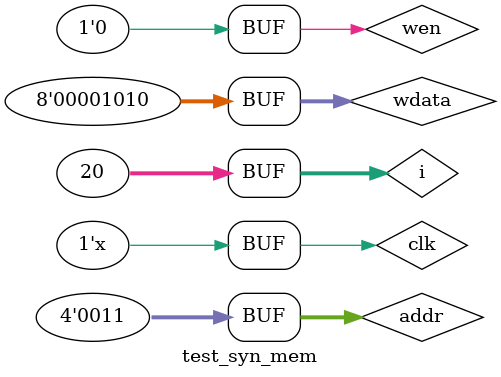
<source format=v>
/*
 * Testbench for the synchronuous memory Module
 *
 * Copyright 2015 - Lix Wei <ultracold273@outlook.com>
 *
 * A memory interface
 */

module test_syn_mem();

localparam ADDR_SIZE = 4;
localparam WORD_SIZE = 8;

reg clk;
reg wen;
reg [WORD_SIZE-1:0] wdata;
reg [ADDR_SIZE-1:0] addr;
wire [WORD_SIZE-1:0] rdata;

syn_mem #(ADDR_SIZE, WORD_SIZE) u_mem (
    .I_clk(clk),
    .I_wen(wen),
    .I_wdata(wdata),
    .I_addr(addr),
    .O_data(rdata)
);

integer i;
initial begin
    clk <= 0;
    wen <= 0;
    wdata <= 0;
    addr <= 0;
    #6;
    wen <= 1;
    #20;
    for (i = 0;i < 10;i = i + 1) begin
        #10 wdata <= i + 1;
        addr <= i;
    end

    #10;
    wen <= 0;
    for (i = 0;i < 20;i = i + 1) begin
        #10 addr <= i;
    end
end

always begin
    #5 clk <= ~clk;
end

endmodule

</source>
